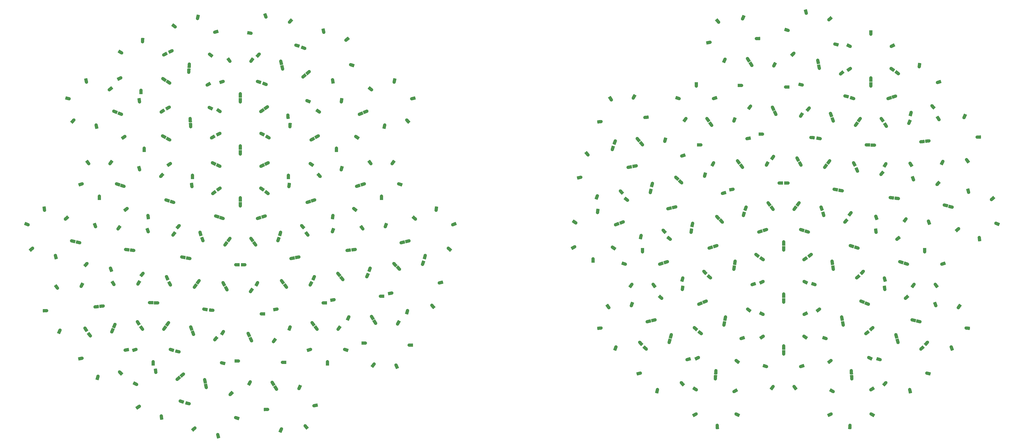
<source format=gbr>
%TF.GenerationSoftware,KiCad,Pcbnew,8.0.5*%
%TF.CreationDate,2024-10-26T12:13:46-04:00*%
%TF.ProjectId,orb_generated,6f72625f-6765-46e6-9572-617465642e6b,rev?*%
%TF.SameCoordinates,Original*%
%TF.FileFunction,Soldermask,Bot*%
%TF.FilePolarity,Negative*%
%FSLAX46Y46*%
G04 Gerber Fmt 4.6, Leading zero omitted, Abs format (unit mm)*
G04 Created by KiCad (PCBNEW 8.0.5) date 2024-10-26 12:13:46*
%MOMM*%
%LPD*%
G01*
G04 APERTURE LIST*
G04 Aperture macros list*
%AMFreePoly0*
4,1,18,-1.000000,0.540000,-0.940000,0.600000,0.400000,0.600000,0.555291,0.579555,0.700000,0.519615,0.824264,0.424264,0.919615,0.300000,0.979555,0.155291,1.000000,0.000001,0.979555,-0.155291,0.919615,-0.300000,0.824264,-0.424264,0.700000,-0.519615,0.555291,-0.579555,0.400000,-0.600000,-0.940000,-0.600000,-1.000000,-0.540000,-1.000000,0.540000,-1.000000,0.540000,$1*%
G04 Aperture macros list end*
%ADD10FreePoly0,358.000000*%
%ADD11FreePoly0,67.000000*%
%ADD12FreePoly0,55.000000*%
%ADD13FreePoly0,303.000000*%
%ADD14FreePoly0,234.000000*%
%ADD15FreePoly0,186.000000*%
%ADD16FreePoly0,226.000000*%
%ADD17FreePoly0,283.000000*%
%ADD18FreePoly0,326.000000*%
%ADD19FreePoly0,162.000000*%
%ADD20FreePoly0,142.000000*%
%ADD21FreePoly0,190.000000*%
%ADD22FreePoly0,214.000000*%
%ADD23FreePoly0,198.000000*%
%ADD24FreePoly0,194.000000*%
%ADD25FreePoly0,178.000000*%
%ADD26FreePoly0,54.000000*%
%ADD27FreePoly0,146.000000*%
%ADD28FreePoly0,263.000000*%
%ADD29FreePoly0,338.000000*%
%ADD30FreePoly0,350.000000*%
%ADD31FreePoly0,133.000000*%
%ADD32FreePoly0,254.000000*%
%ADD33FreePoly0,105.000000*%
%ADD34FreePoly0,209.000000*%
%ADD35FreePoly0,199.000000*%
%ADD36FreePoly0,241.000000*%
%ADD37FreePoly0,262.000000*%
%ADD38FreePoly0,342.000000*%
%ADD39FreePoly0,346.000000*%
%ADD40FreePoly0,30.000000*%
%ADD41FreePoly0,170.000000*%
%ADD42FreePoly0,154.000000*%
%ADD43FreePoly0,182.000000*%
%ADD44FreePoly0,75.000000*%
%ADD45FreePoly0,115.000000*%
%ADD46FreePoly0,173.000000*%
%ADD47FreePoly0,306.000000*%
%ADD48FreePoly0,62.000000*%
%ADD49FreePoly0,130.000000*%
%ADD50FreePoly0,18.000000*%
%ADD51FreePoly0,270.000000*%
%ADD52FreePoly0,314.000000*%
%ADD53FreePoly0,126.000000*%
%ADD54FreePoly0,38.000000*%
%ADD55FreePoly0,50.000000*%
%ADD56FreePoly0,90.000000*%
%ADD57FreePoly0,322.000000*%
%ADD58FreePoly0,82.000000*%
%ADD59FreePoly0,135.000000*%
%ADD60FreePoly0,222.000000*%
%ADD61FreePoly0,101.000000*%
%ADD62FreePoly0,53.000000*%
%ADD63FreePoly0,102.000000*%
%ADD64FreePoly0,3.000000*%
%ADD65FreePoly0,22.000000*%
%ADD66FreePoly0,26.000000*%
%ADD67FreePoly0,47.000000*%
%ADD68FreePoly0,343.000000*%
%ADD69FreePoly0,227.000000*%
%ADD70FreePoly0,113.000000*%
%ADD71FreePoly0,258.000000*%
%ADD72FreePoly0,99.000000*%
%ADD73FreePoly0,286.000000*%
%ADD74FreePoly0,158.000000*%
%ADD75FreePoly0,166.000000*%
%ADD76FreePoly0,123.000000*%
%ADD77FreePoly0,7.000000*%
%ADD78FreePoly0,110.000000*%
%ADD79FreePoly0,353.000000*%
%ADD80FreePoly0,6.000000*%
%ADD81FreePoly0,298.000000*%
%ADD82FreePoly0,250.000000*%
%ADD83FreePoly0,221.000000*%
%ADD84FreePoly0,183.000000*%
%ADD85FreePoly0,290.000000*%
%ADD86FreePoly0,103.000000*%
%ADD87FreePoly0,155.000000*%
%ADD88FreePoly0,95.000000*%
%ADD89FreePoly0,150.000000*%
%ADD90FreePoly0,14.000000*%
%ADD91FreePoly0,251.000000*%
%ADD92FreePoly0,63.000000*%
%ADD93FreePoly0,25.000000*%
%ADD94FreePoly0,333.000000*%
%ADD95FreePoly0,210.000000*%
%ADD96FreePoly0,29.000000*%
%ADD97FreePoly0,223.000000*%
%ADD98FreePoly0,242.000000*%
%ADD99FreePoly0,70.000000*%
%ADD100FreePoly0,163.000000*%
%ADD101FreePoly0,11.000000*%
%ADD102FreePoly0,58.000000*%
%ADD103FreePoly0,2.000000*%
%ADD104FreePoly0,246.000000*%
%ADD105FreePoly0,134.000000*%
%ADD106FreePoly0,302.000000*%
%ADD107FreePoly0,197.000000*%
%ADD108FreePoly0,106.000000*%
%ADD109FreePoly0,345.000000*%
%ADD110FreePoly0,253.000000*%
%ADD111FreePoly0,78.000000*%
%ADD112FreePoly0,49.000000*%
%ADD113FreePoly0,94.000000*%
%ADD114FreePoly0,305.000000*%
%ADD115FreePoly0,274.000000*%
%ADD116FreePoly0,295.000000*%
%ADD117FreePoly0,282.000000*%
%ADD118FreePoly0,137.000000*%
%ADD119FreePoly0,118.000000*%
%ADD120FreePoly0,247.000000*%
%ADD121FreePoly0,10.000000*%
%ADD122FreePoly0,34.000000*%
%ADD123FreePoly0,277.000000*%
%ADD124FreePoly0,319.000000*%
%ADD125FreePoly0,42.000000*%
%ADD126FreePoly0,259.000000*%
%ADD127FreePoly0,122.000000*%
%ADD128FreePoly0,175.000000*%
%ADD129FreePoly0,219.000000*%
%ADD130FreePoly0,187.000000*%
%ADD131FreePoly0,310.000000*%
%ADD132FreePoly0,239.000000*%
%ADD133FreePoly0,334.000000*%
%ADD134FreePoly0,213.000000*%
%ADD135FreePoly0,97.000000*%
%ADD136FreePoly0,191.000000*%
%ADD137FreePoly0,318.000000*%
%ADD138FreePoly0,218.000000*%
%ADD139FreePoly0,165.000000*%
%ADD140FreePoly0,307.000000*%
%ADD141FreePoly0,330.000000*%
%ADD142FreePoly0,285.000000*%
%ADD143FreePoly0,278.000000*%
%ADD144FreePoly0,293.000000*%
%ADD145FreePoly0,89.000000*%
%ADD146FreePoly0,161.000000*%
%ADD147FreePoly0,233.000000*%
%ADD148FreePoly0,174.000000*%
%ADD149FreePoly0,138.000000*%
%ADD150FreePoly0,238.000000*%
%ADD151FreePoly0,74.000000*%
%ADD152FreePoly0,114.000000*%
%ADD153FreePoly0,59.000000*%
%ADD154FreePoly0,79.000000*%
%ADD155FreePoly0,230.000000*%
%ADD156FreePoly0,86.000000*%
%ADD157FreePoly0,206.000000*%
%ADD158FreePoly0,202.000000*%
%ADD159FreePoly0,41.000000*%
%ADD160FreePoly0,66.000000*%
%ADD161FreePoly0,46.000000*%
%ADD162FreePoly0,225.000000*%
%ADD163FreePoly0,327.000000*%
%ADD164FreePoly0,91.000000*%
%ADD165FreePoly0,341.000000*%
%ADD166FreePoly0,98.000000*%
%ADD167FreePoly0,229.000000*%
%ADD168FreePoly0,339.000000*%
%ADD169FreePoly0,235.000000*%
%ADD170FreePoly0,13.000000*%
%ADD171FreePoly0,351.000000*%
%ADD172FreePoly0,321.000000*%
%ADD173FreePoly0,131.000000*%
%ADD174FreePoly0,266.000000*%
%ADD175FreePoly0,281.000000*%
%ADD176FreePoly0,329.000000*%
%ADD177FreePoly0,331.000000*%
%ADD178FreePoly0,77.000000*%
%ADD179FreePoly0,211.000000*%
%ADD180FreePoly0,243.000000*%
%ADD181FreePoly0,317.000000*%
%ADD182FreePoly0,45.000000*%
%ADD183FreePoly0,69.000000*%
%ADD184FreePoly0,355.000000*%
%ADD185FreePoly0,151.000000*%
G04 APERTURE END LIST*
D10*
%TO.C,PAD233-90*%
X184129330Y51064610D03*
%TD*%
D11*
%TO.C,PAD81-68*%
X27049805Y-19815444D03*
%TD*%
D12*
%TO.C,PAD172-91*%
X196042934Y24583067D03*
%TD*%
D13*
%TO.C,PAD58-47*%
X257039103Y38782462D03*
%TD*%
D14*
%TO.C,PAD153-57*%
X215403436Y21201081D03*
%TD*%
D15*
%TO.C,PAD230-50*%
X250908026Y30321018D03*
%TD*%
D16*
%TO.C,PAD76-4*%
X-29108124Y17796726D03*
%TD*%
D17*
%TO.C,PAD50-10*%
X15451446Y57497193D03*
%TD*%
D18*
%TO.C,PAD15-59*%
X123137941Y622887D03*
%TD*%
D19*
%TO.C,PAD79-7*%
X-8774162Y2850919D03*
%TD*%
D20*
%TO.C,PAD1-28*%
X190119188Y-11456772D03*
%TD*%
D21*
%TO.C,PAD121-83*%
X143174711Y20957987D03*
%TD*%
D22*
%TO.C,PAD136-6*%
X7843059Y41675887D03*
%TD*%
D23*
%TO.C,PAD253-14*%
X43165838Y14025081D03*
%TD*%
D24*
%TO.C,PAD34-61*%
X73607674Y-21628114D03*
%TD*%
D25*
%TO.C,PAD78-74*%
X8136670Y-33160610D03*
%TD*%
D26*
%TO.C,PAD119-36*%
X-26678436Y-36719081D03*
%TD*%
D27*
%TO.C,PAD98-59*%
X137287059Y-8764887D03*
%TD*%
D28*
%TO.C,PAD256-59*%
X131521943Y4588199D03*
%TD*%
D29*
%TO.C,PAD249-1*%
X-44173096Y40558933D03*
%TD*%
D30*
%TO.C,PAD247-34*%
X-19012711Y-12676013D03*
%TD*%
D31*
%TO.C,PAD77-83*%
X140219802Y11885489D03*
%TD*%
D32*
%TO.C,PAD150-28*%
X185272799Y3460612D03*
%TD*%
D33*
%TO.C,PAD8-75*%
X-8259701Y-78083481D03*
%TD*%
D34*
%TO.C,PAD232-13*%
X26386918Y31166710D03*
%TD*%
D35*
%TO.C,PAD269-30*%
X188751929Y-22214125D03*
%TD*%
D36*
%TO.C,PAD266-64*%
X58096710Y-36539082D03*
%TD*%
D37*
%TO.C,PAD147-27*%
X165990909Y-2711295D03*
%TD*%
D38*
%TO.C,PAD12-81*%
X161217162Y46354081D03*
%TD*%
D39*
%TO.C,PAD187-44*%
X261711325Y6316886D03*
%TD*%
D40*
%TO.C,PAD200-2*%
X-26548372Y42894000D03*
%TD*%
D26*
%TO.C,PAD189-51*%
X227971564Y38498919D03*
%TD*%
D41*
%TO.C,PAD238-57*%
X219012711Y12676013D03*
%TD*%
D42*
%TO.C,PAD105-5*%
X-9907673Y22394208D03*
%TD*%
D43*
%TO.C,PAD251-66*%
X30841670Y-29106389D03*
%TD*%
D44*
%TO.C,PAD27-58*%
X67995701Y-12005481D03*
%TD*%
D14*
%TO.C,PAD160-19*%
X204129436Y5684081D03*
%TD*%
D45*
%TO.C,PAD245-90*%
X196042120Y42717939D03*
%TD*%
D46*
%TO.C,PAD223-56*%
X239667199Y9704056D03*
%TD*%
D23*
%TO.C,PAD165-31*%
X184718838Y-42172919D03*
%TD*%
D47*
%TO.C,PAD67-43*%
X-67587435Y-23378918D03*
%TD*%
D48*
%TO.C,PAD196-79*%
X174079419Y22184242D03*
%TD*%
D49*
%TO.C,PAD3-68*%
X36088934Y-18549351D03*
%TD*%
D50*
%TO.C,PAD253-12*%
X45258162Y14704919D03*
%TD*%
D47*
%TO.C,PAD95-19*%
X195870564Y5684081D03*
%TD*%
D51*
%TO.C,PAD45-17*%
X200000000Y-28407000D03*
%TD*%
D52*
%TO.C,PAD23-28*%
X177168124Y919726D03*
%TD*%
D53*
%TO.C,PAD123-66*%
X26678436Y-36719081D03*
%TD*%
%TO.C,PAD199-51*%
X236230436Y38498919D03*
%TD*%
D54*
%TO.C,PAD174-22*%
X209880812Y-11456772D03*
%TD*%
D55*
%TO.C,PAD177-33*%
X-36088934Y-18549351D03*
%TD*%
D56*
%TO.C,PAD202-8*%
X0Y9226000D03*
%TD*%
D57*
%TO.C,PAD226-49*%
X241980812Y55639772D03*
%TD*%
D58*
%TO.C,PAD161-28*%
X182069091Y-14164705D03*
%TD*%
D59*
%TO.C,PAD82-42*%
X-44232817Y-54869182D03*
%TD*%
D60*
%TO.C,PAD163-23*%
X245209541Y-27142044D03*
%TD*%
D61*
%TO.C,PAD192-21*%
X221487110Y-34727210D03*
%TD*%
D62*
%TO.C,PAD91-56*%
X224601996Y3833500D03*
%TD*%
D52*
%TO.C,PAD265-61*%
X58292124Y-16445274D03*
%TD*%
D63*
%TO.C,PAD75-46*%
X-53066703Y36062962D03*
%TD*%
D39*
%TO.C,PAD92-32*%
X-59576675Y-6849114D03*
%TD*%
D56*
%TO.C,PAD52-12*%
X51940000Y9851000D03*
%TD*%
D23*
%TO.C,PAD56-49*%
X257024838Y52281081D03*
%TD*%
D19*
%TO.C,PAD103-24*%
X243165838Y-14025081D03*
%TD*%
D64*
%TO.C,PAD109-69*%
X9594493Y-68377431D03*
%TD*%
D53*
%TO.C,PAD152-47*%
X267587435Y23378918D03*
%TD*%
D65*
%TO.C,PAD158-30*%
X171205902Y-28590933D03*
%TD*%
D58*
%TO.C,PAD64-14*%
X34009091Y2711295D03*
%TD*%
D19*
%TO.C,PAD29-12*%
X58621838Y14704919D03*
%TD*%
D66*
%TO.C,PAD32-31*%
X168323673Y-49392792D03*
%TD*%
D24*
%TO.C,PAD141-78*%
X157765675Y5673886D03*
%TD*%
D38*
%TO.C,PAD40-7*%
X-24923838Y8098081D03*
%TD*%
D67*
%TO.C,PAD49-40*%
X252703199Y-43962512D03*
%TD*%
%TO.C,PAD229-46*%
X-61540802Y38002489D03*
%TD*%
D68*
%TO.C,PAD83-39*%
X235186935Y-49941609D03*
%TD*%
D66*
%TO.C,PAD224-6*%
X-7930327Y33183208D03*
%TD*%
D69*
%TO.C,PAD166-86*%
X18338801Y74678512D03*
%TD*%
D70*
%TO.C,PAD194-33*%
X-27049805Y-19815444D03*
%TD*%
D53*
%TO.C,PAD87-9*%
X4129436Y-5684081D03*
%TD*%
D50*
%TO.C,PAD168-28*%
X175076162Y-8098081D03*
%TD*%
D71*
%TO.C,PAD243-78*%
X151001297Y11994038D03*
%TD*%
D72*
%TO.C,PAD124-85*%
X33987922Y52725457D03*
%TD*%
D50*
%TO.C,PAD201-65*%
X25419162Y-46354081D03*
%TD*%
D73*
%TO.C,PAD140-39*%
X242053201Y-43316388D03*
%TD*%
D51*
%TO.C,PAD135-81*%
X167899000Y51209000D03*
%TD*%
D74*
%TO.C,PAD249-46*%
X-46212904Y41383067D03*
%TD*%
D75*
%TO.C,PAD214-89*%
X222947675Y47064114D03*
%TD*%
D76*
%TO.C,PAD154-43*%
X-57039103Y-38782462D03*
%TD*%
D56*
%TO.C,PAD211-1*%
X-35387000Y27565000D03*
%TD*%
D50*
%TO.C,PAD0-3*%
X-6681838Y52441919D03*
%TD*%
D77*
%TO.C,PAD2-60*%
X41850801Y-9435944D03*
%TD*%
D78*
%TO.C,PAD93-40*%
X261816778Y-45682338D03*
%TD*%
D79*
%TO.C,PAD88-33*%
X-39667199Y-9704056D03*
%TD*%
D40*
%TO.C,PAD34-59*%
X122732628Y-8626000D03*
%TD*%
D80*
%TO.C,PAD22-62*%
X132418974Y-38438018D03*
%TD*%
D81*
%TO.C,PAD167-74*%
X-5147581Y-23941242D03*
%TD*%
D82*
%TO.C,PAD106-67*%
X13948778Y-5856662D03*
%TD*%
D83*
%TO.C,PAD71-21*%
X227203819Y-19602665D03*
%TD*%
D32*
%TO.C,PAD37-14*%
X37212799Y20337612D03*
%TD*%
D84*
%TO.C,PAD133-47*%
X271709507Y31984431D03*
%TD*%
D19*
%TO.C,PAD221-0*%
X-45258162Y14704919D03*
%TD*%
D85*
%TO.C,PAD94-73*%
X-17398778Y-40393662D03*
%TD*%
D10*
%TO.C,PAD237-91*%
X191863330Y33160610D03*
%TD*%
D86*
%TO.C,PAD178-39*%
X246561554Y-61433193D03*
%TD*%
D87*
%TO.C,PAD18-71*%
X182874062Y-70272120D03*
%TD*%
D23*
%TO.C,PAD122-25*%
X258621838Y-14704919D03*
%TD*%
D88*
%TO.C,PAD16-10*%
X17514129Y39700814D03*
%TD*%
D89*
%TO.C,PAD146-38*%
X232530372Y-70232000D03*
%TD*%
D20*
%TO.C,PAD260-53*%
X-11042812Y62352228D03*
%TD*%
D90*
%TO.C,PAD39-29*%
X152300326Y-35453886D03*
%TD*%
D91*
%TO.C,PAD27-61*%
X67217875Y-14542071D03*
%TD*%
D27*
%TO.C,PAD110-8*%
X7843059Y12937113D03*
%TD*%
D38*
%TO.C,PAD79-9*%
X-6681838Y2171081D03*
%TD*%
%TO.C,PAD186-16*%
X193318162Y-52441919D03*
%TD*%
D20*
%TO.C,PAD54-14*%
X42060188Y5419228D03*
%TD*%
D47*
%TO.C,PAD250-37*%
X-36230436Y-38498919D03*
%TD*%
D92*
%TO.C,PAD63-47*%
X258487390Y22678107D03*
%TD*%
D67*
%TO.C,PAD264-86*%
X6702199Y62312488D03*
%TD*%
D93*
%TO.C,PAD198-53*%
X-25524061Y63708880D03*
%TD*%
D94*
%TO.C,PAD82-41*%
X-38515893Y-59023390D03*
%TD*%
D95*
%TO.C,PAD0-2*%
X-11842628Y51385000D03*
%TD*%
D96*
%TO.C,PAD232-11*%
X28311082Y32233290D03*
%TD*%
D27*
%TO.C,PAD184-13*%
X26074059Y22045112D03*
%TD*%
D42*
%TO.C,PAD148-6*%
X7930327Y33183208D03*
%TD*%
D71*
%TO.C,PAD261-53*%
X-15673702Y76151038D03*
%TD*%
D56*
%TO.C,PAD246-0*%
X-51940000Y9851000D03*
%TD*%
D20*
%TO.C,PAD267-30*%
X187091188Y-31609773D03*
%TD*%
D97*
%TO.C,PAD49-39*%
X250825511Y-45837198D03*
%TD*%
D26*
%TO.C,PAD99-9*%
X-4129436Y-5684081D03*
%TD*%
D98*
%TO.C,PAD81-66*%
X25920581Y-22184242D03*
%TD*%
D99*
%TO.C,PAD102-60*%
X47679223Y-16649338D03*
%TD*%
D90*
%TO.C,PAD17-58*%
X61711325Y-6316886D03*
%TD*%
D100*
%TO.C,PAD86-86*%
X20841065Y65765609D03*
%TD*%
D50*
%TO.C,PAD38-15*%
X8774162Y2850919D03*
%TD*%
D101*
%TO.C,PAD204-87*%
X172549790Y66917890D03*
%TD*%
D102*
%TO.C,PAD36-74*%
X-6489089Y-40055147D03*
%TD*%
D47*
%TO.C,PAD239-79*%
X173321564Y36719081D03*
%TD*%
D83*
%TO.C,PAD236-89*%
X221294819Y55598335D03*
%TD*%
D103*
%TO.C,PAD263-67*%
X1259330Y-15076611D03*
%TD*%
D104*
%TO.C,PAD195-69*%
X21734590Y-60366900D03*
%TD*%
D105*
%TO.C,PAD23-77*%
X175639876Y2502274D03*
%TD*%
D106*
%TO.C,PAD10-69*%
X13061911Y-60642853D03*
%TD*%
D74*
%TO.C,PAD90-10*%
X24890098Y45322068D03*
%TD*%
D78*
%TO.C,PAD209-57*%
X213948778Y5856662D03*
%TD*%
D107*
%TO.C,PAD32-70*%
X164813065Y-49941609D03*
%TD*%
D108*
%TO.C,PAD61-7*%
X-14727201Y-3460612D03*
%TD*%
D39*
%TO.C,PAD53-89*%
X206503325Y51296886D03*
%TD*%
D41*
%TO.C,PAD247-33*%
X-21179289Y-12293987D03*
%TD*%
D38*
%TO.C,PAD44-88*%
X201349162Y71504081D03*
%TD*%
D109*
%TO.C,PAD107-75*%
X-19257481Y-66232701D03*
%TD*%
D110*
%TO.C,PAD114-83*%
X137071391Y27745065D03*
%TD*%
D111*
%TO.C,PAD207-84*%
X53066703Y36062962D03*
%TD*%
D18*
%TO.C,PAD89-2*%
X-26378059Y52149888D03*
%TD*%
D50*
%TO.C,PAD255-0*%
X-58621838Y14704919D03*
%TD*%
D28*
%TO.C,PAD217-58*%
X72124943Y5427199D03*
%TD*%
D37*
%TO.C,PAD212-29*%
X162795910Y-23797294D03*
%TD*%
%TO.C,PAD124-11*%
X37186908Y45388705D03*
%TD*%
D112*
%TO.C,PAD41-89*%
X209166665Y42413181D03*
%TD*%
D63*
%TO.C,PAD228-73*%
X-13105703Y-57786037D03*
%TD*%
D85*
%TO.C,PAD234-40*%
X255888222Y-29770662D03*
%TD*%
D113*
%TO.C,PAD60-2*%
X-18446732Y38414321D03*
%TD*%
D114*
%TO.C,PAD6-62*%
X135450935Y-30522067D03*
%TD*%
D60*
%TO.C,PAD131-44*%
X276846540Y9235957D03*
%TD*%
D115*
%TO.C,PAD51-38*%
X225077732Y-56739320D03*
%TD*%
%TO.C,PAD60-5*%
X-18293268Y36219679D03*
%TD*%
D51*
%TO.C,PAD24-16*%
X200000000Y-47587000D03*
%TD*%
D74*
%TO.C,PAD213-44*%
X278525098Y131067D03*
%TD*%
D116*
%TO.C,PAD245-91*%
X196971880Y40724061D03*
%TD*%
D117*
%TO.C,PAD56-46*%
X-56742297Y52641038D03*
%TD*%
D42*
%TO.C,PAD57-18*%
X207930327Y-21429792D03*
%TD*%
D118*
%TO.C,PAD68-80*%
X160595511Y16965198D03*
%TD*%
D63*
%TO.C,PAD100-88*%
X212648297Y59937963D03*
%TD*%
D119*
%TO.C,PAD115-55*%
X225920581Y22184242D03*
%TD*%
D120*
%TO.C,PAD108-42*%
X-47156804Y-39458555D03*
%TD*%
D105*
%TO.C,PAD265-60*%
X56763876Y-14862726D03*
%TD*%
D121*
%TO.C,PAD251-63*%
X34129289Y-28028987D03*
%TD*%
D49*
%TO.C,PAD142-69*%
X24140934Y-74722351D03*
%TD*%
D64*
%TO.C,PAD213-43*%
X-71709507Y-31984431D03*
%TD*%
D53*
%TO.C,PAD5-16*%
X204129436Y-60297081D03*
%TD*%
D122*
%TO.C,PAD136-10*%
X9666941Y42906113D03*
%TD*%
D62*
%TO.C,PAD208-64*%
X48974997Y-51957501D03*
%TD*%
D38*
%TO.C,PAD205-20*%
X215281162Y-42172919D03*
%TD*%
D56*
%TO.C,PAD19-52*%
X232101000Y53409000D03*
%TD*%
D27*
%TO.C,PAD143-11*%
X42854059Y31983112D03*
%TD*%
D123*
%TO.C,PAD229-45*%
X-72124943Y5427199D03*
%TD*%
D124*
%TO.C,PAD4-30*%
X172796181Y-19602665D03*
%TD*%
D125*
%TO.C,PAD206-75*%
X-17014541Y-75505956D03*
%TD*%
D126*
%TO.C,PAD66-31*%
X178093110Y-36886790D03*
%TD*%
D14*
%TO.C,PAD132-36*%
X-16696564Y-22980919D03*
%TD*%
D127*
%TO.C,PAD101-63*%
X48458087Y-34409147D03*
%TD*%
D51*
%TO.C,PAD202-9*%
X0Y7026000D03*
%TD*%
D78*
%TO.C,PAD203-48*%
X253468777Y685662D03*
%TD*%
D23*
%TO.C,PAD258-51*%
X238782838Y46354081D03*
%TD*%
D122*
%TO.C,PAD165-17*%
X192156941Y-41675887D03*
%TD*%
D128*
%TO.C,PAD171-91*%
X210486186Y31849872D03*
%TD*%
D129*
%TO.C,PAD7-85*%
X39214140Y68025748D03*
%TD*%
D53*
%TO.C,PAD176-26*%
X152189436Y-22560081D03*
%TD*%
D105*
%TO.C,PAD175-15*%
X22831876Y-919726D03*
%TD*%
D130*
%TO.C,PAD2-68*%
X39667199Y-9704056D03*
%TD*%
D81*
%TO.C,PAD25-57*%
X206180419Y21998758D03*
%TD*%
D29*
%TO.C,PAD257-10*%
X9097902Y51563932D03*
%TD*%
D50*
%TO.C,PAD48-27*%
X156834162Y-14025081D03*
%TD*%
D53*
%TO.C,PAD42-79*%
X183303436Y22980919D03*
%TD*%
D131*
%TO.C,PAD55-83*%
X127737066Y25768351D03*
%TD*%
D11*
%TO.C,PAD108-35*%
X-46297196Y-37433445D03*
%TD*%
D86*
%TO.C,PAD50-86*%
X14956554Y59640807D03*
%TD*%
D82*
%TO.C,PAD222-62*%
X144111778Y-29770662D03*
%TD*%
D132*
%TO.C,PAD177-35*%
X-37504542Y-21823884D03*
%TD*%
D108*
%TO.C,PAD111-24*%
X237212799Y-20337612D03*
%TD*%
D133*
%TO.C,PAD267-17*%
X192069673Y-33183208D03*
%TD*%
D105*
%TO.C,PAD197-70*%
X162609876Y-58799726D03*
%TD*%
D134*
%TO.C,PAD191-38*%
X232429462Y-60958103D03*
%TD*%
D135*
%TO.C,PAD146-41*%
X-29059056Y-71196199D03*
%TD*%
D23*
%TO.C,PAD233-81*%
X174580838Y46354081D03*
%TD*%
D136*
%TO.C,PAD96-42*%
X-42047790Y-46472890D03*
%TD*%
D137*
%TO.C,PAD176-29*%
X154790459Y-27142044D03*
%TD*%
D138*
%TO.C,PAD144-24*%
X242060188Y-5419228D03*
%TD*%
D139*
%TO.C,PAD28-88*%
X219257481Y66232701D03*
%TD*%
D119*
%TO.C,PAD25-91*%
X205147581Y23941242D03*
%TD*%
D14*
%TO.C,PAD207-12*%
X56069436Y22560081D03*
%TD*%
D125*
%TO.C,PAD122-44*%
X264128460Y-2015957D03*
%TD*%
D131*
%TO.C,PAD127-80*%
X147776066Y29477351D03*
%TD*%
D53*
%TO.C,PAD239-81*%
X172028436Y38498919D03*
%TD*%
D140*
%TO.C,PAD175-68*%
X24601996Y-3833500D03*
%TD*%
D141*
%TO.C,PAD5-38*%
X217899628Y-61613000D03*
%TD*%
D142*
%TO.C,PAD118-88*%
X208259701Y78083481D03*
%TD*%
D26*
%TO.C,PAD144-48*%
X244831565Y1500918D03*
%TD*%
D104*
%TO.C,PAD164-47*%
X266552590Y39515100D03*
%TD*%
D136*
%TO.C,PAD208-69*%
X27450210Y-66917890D03*
%TD*%
D54*
%TO.C,PAD139-4*%
X-42060188Y5419228D03*
%TD*%
D57*
%TO.C,PAD219-27*%
X157939812Y-5419228D03*
%TD*%
D143*
%TO.C,PAD156-1*%
X-37186908Y45388705D03*
%TD*%
D116*
%TO.C,PAD262-72*%
X3957880Y-42717939D03*
%TD*%
D80*
%TO.C,PAD46-82*%
X132400974Y37697982D03*
%TD*%
D18*
%TO.C,PAD1-18*%
X192156941Y-12937113D03*
%TD*%
D144*
%TO.C,PAD115-56*%
X227049805Y19815444D03*
%TD*%
D122*
%TO.C,PAD9-8*%
X-7843059Y12937113D03*
%TD*%
D54*
%TO.C,PAD268-20*%
X217174812Y-50640772D03*
%TD*%
D143*
%TO.C,PAD193-24*%
X234009091Y-2711295D03*
%TD*%
D10*
%TO.C,PAD218-50*%
X233040330Y29029611D03*
%TD*%
D85*
%TO.C,PAD118-86*%
X9272222Y76628339D03*
%TD*%
D131*
%TO.C,PAD3-63*%
X37503066Y-20234649D03*
%TD*%
D27*
%TO.C,PAD89-54*%
X-28201941Y53380112D03*
%TD*%
D137*
%TO.C,PAD29-58*%
X64128460Y2015957D03*
%TD*%
D10*
%TO.C,PAD151-72*%
X-1100670Y-50491390D03*
%TD*%
D145*
%TO.C,PAD156-54*%
X-36624802Y48897832D03*
%TD*%
D146*
%TO.C,PAD107-41*%
X-21795071Y-65455875D03*
%TD*%
D48*
%TO.C,PAD13-67*%
X6180419Y-21998758D03*
%TD*%
D39*
%TO.C,PAD137-40*%
X249834326Y-35986114D03*
%TD*%
D147*
%TO.C,PAD227-33*%
X-24601996Y-3833500D03*
%TD*%
D148*
%TO.C,PAD43-40*%
X267581026Y-38438018D03*
%TD*%
D149*
%TO.C,PAD11-29*%
X167409541Y-38503956D03*
%TD*%
D105*
%TO.C,PAD219-78*%
X155913876Y-2615726D03*
%TD*%
D106*
%TO.C,PAD7-82*%
X136394911Y46049147D03*
%TD*%
D14*
%TO.C,PAD139-32*%
X-44831565Y-1500918D03*
%TD*%
D56*
%TO.C,PAD190-6*%
X0Y28407000D03*
%TD*%
D150*
%TO.C,PAD41-91*%
X206489089Y40055147D03*
%TD*%
D101*
%TO.C,PAD215-61*%
X55349790Y-25522110D03*
%TD*%
D151*
%TO.C,PAD242-49*%
X246828201Y40721388D03*
%TD*%
D66*
%TO.C,PAD125-13*%
X9907673Y22394208D03*
%TD*%
D78*
%TO.C,PAD84-89*%
X217398778Y40393662D03*
%TD*%
D99*
%TO.C,PAD73-62*%
X138183222Y-45682338D03*
%TD*%
D152*
%TO.C,PAD31-64*%
X57440590Y-52395100D03*
%TD*%
D47*
%TO.C,PAD143-12*%
X47810564Y22560081D03*
%TD*%
D131*
%TO.C,PAD134-87*%
X175859066Y74722351D03*
%TD*%
D82*
%TO.C,PAD64-68*%
X34051777Y-2508661D03*
%TD*%
D117*
%TO.C,PAD134-85*%
X30615702Y71087038D03*
%TD*%
D19*
%TO.C,PAD30-65*%
X38782838Y-46354081D03*
%TD*%
D123*
%TO.C,PAD170-41*%
X-31204944Y-54350801D03*
%TD*%
D104*
%TO.C,PAD102-63*%
X46690590Y-19096900D03*
%TD*%
D153*
%TO.C,PAD65-50*%
X237504542Y21823884D03*
%TD*%
D106*
%TO.C,PAD101-64*%
X49623913Y-36274853D03*
%TD*%
D38*
%TO.C,PAD103-25*%
X245258162Y-14704919D03*
%TD*%
D82*
%TO.C,PAD52-60*%
X53468777Y-685662D03*
%TD*%
D50*
%TO.C,PAD258-49*%
X240875162Y47033919D03*
%TD*%
D14*
%TO.C,PAD181-0*%
X-47810564Y22560081D03*
%TD*%
D75*
%TO.C,PAD137-23*%
X247699674Y-35453886D03*
%TD*%
D56*
%TO.C,PAD37-11*%
X35387000Y27565000D03*
%TD*%
D26*
%TO.C,PAD104-81*%
X163769564Y38498919D03*
%TD*%
D104*
%TO.C,PAD166-87*%
X185036590Y75940100D03*
%TD*%
D154*
%TO.C,PAD66-30*%
X178512890Y-34727210D03*
%TD*%
D16*
%TO.C,PAD63-48*%
X256763876Y14862726D03*
%TD*%
D34*
%TO.C,PAD198-54*%
X-27888082Y62502710D03*
%TD*%
D51*
%TO.C,PAD130-26*%
X148060000Y-9851000D03*
%TD*%
D56*
%TO.C,PAD24-17*%
X200000000Y-45387000D03*
%TD*%
D23*
%TO.C,PAD168-27*%
X172983838Y-8777919D03*
%TD*%
D90*
%TO.C,PAD141-77*%
X159900325Y6206114D03*
%TD*%
D151*
%TO.C,PAD106-15*%
X14727201Y-3460612D03*
%TD*%
D107*
%TO.C,PAD159-53*%
X-9080935Y70821391D03*
%TD*%
D98*
%TO.C,PAD117-90*%
X196594581Y58577758D03*
%TD*%
D29*
%TO.C,PAD133-45*%
X-78525098Y-131067D03*
%TD*%
D111*
%TO.C,PAD130-78*%
X147470703Y-4615038D03*
%TD*%
D155*
%TO.C,PAD65-56*%
X236088934Y18549351D03*
%TD*%
D125*
%TO.C,PAD74-85*%
X24998459Y55925044D03*
%TD*%
D75*
%TO.C,PAD151-73*%
X-6503325Y-51296886D03*
%TD*%
D45*
%TO.C,PAD262-74*%
X3028120Y-40724061D03*
%TD*%
D49*
%TO.C,PAD127-82*%
X146361934Y31162649D03*
%TD*%
D99*
%TO.C,PAD225-66*%
X18151222Y-38326338D03*
%TD*%
D39*
%TO.C,PAD35-73*%
X-22947675Y-47064114D03*
%TD*%
D14*
%TO.C,PAD119-37*%
X-27971564Y-38498919D03*
%TD*%
D20*
%TO.C,PAD186-31*%
X182825188Y-50640772D03*
%TD*%
D122*
%TO.C,PAD76-5*%
X-26074059Y22045112D03*
%TD*%
D25*
%TO.C,PAD263-34*%
X-1259330Y-15076611D03*
%TD*%
D127*
%TO.C,PAD10-72*%
X11896089Y-58777147D03*
%TD*%
D156*
%TO.C,PAD69-31*%
X175075732Y-54544680D03*
%TD*%
D157*
%TO.C,PAD112-52*%
X240031327Y65612792D03*
%TD*%
D145*
%TO.C,PAD179-13*%
X17650198Y17561832D03*
%TD*%
D158*
%TO.C,PAD162-11*%
X44173096Y40558933D03*
%TD*%
D159*
%TO.C,PAD183-73*%
X-21294819Y-55598335D03*
%TD*%
D16*
%TO.C,PAD91-22*%
X222831876Y919726D03*
%TD*%
D101*
%TO.C,PAD93-42*%
X-58731210Y-49637110D03*
%TD*%
D21*
%TO.C,PAD237-79*%
X186911711Y31506987D03*
%TD*%
D53*
%TO.C,PAD244-67*%
X15403436Y-21201081D03*
%TD*%
D47*
%TO.C,PAD54-60*%
X44831565Y-1500918D03*
%TD*%
D106*
%TO.C,PAD21-35*%
X-46777089Y-22035853D03*
%TD*%
D108*
%TO.C,PAD140-23*%
X241446799Y-41201612D03*
%TD*%
D26*
%TO.C,PAD153-55*%
X216696564Y22980919D03*
%TD*%
D39*
%TO.C,PAD164-46*%
X-63450675Y46261885D03*
%TD*%
D23*
%TO.C,PAD157-28*%
X191225838Y-2850919D03*
%TD*%
D107*
%TO.C,PAD59-77*%
X177843065Y11359391D03*
%TD*%
D47*
%TO.C,PAD75-0*%
X-56069436Y22560081D03*
%TD*%
D66*
%TO.C,PAD97-54*%
X-44367327Y53730208D03*
%TD*%
D18*
%TO.C,PAD145-6*%
X-7843059Y41675887D03*
%TD*%
D158*
%TO.C,PAD185-58*%
X78525098Y-131067D03*
%TD*%
D125*
%TO.C,PAD210-23*%
X232590459Y-38503956D03*
%TD*%
D90*
%TO.C,PAD31-70*%
X146870325Y-55095886D03*
%TD*%
D160*
%TO.C,PAD135-87*%
X178265410Y60366900D03*
%TD*%
D161*
%TO.C,PAD191-39*%
X237390124Y-58799726D03*
%TD*%
D162*
%TO.C,PAD126-75*%
X-3494817Y-62632818D03*
%TD*%
D149*
%TO.C,PAD15-58*%
X76846540Y-9235957D03*
%TD*%
D46*
%TO.C,PAD88-32*%
X-41850801Y-9435944D03*
%TD*%
D15*
%TO.C,PAD12-82*%
X149304026Y39325018D03*
%TD*%
D22*
%TO.C,PAD174-18*%
X207843059Y-12937113D03*
%TD*%
D163*
%TO.C,PAD197-71*%
X167570538Y-60958103D03*
%TD*%
D51*
%TO.C,PAD19-51*%
X232101000Y51209000D03*
%TD*%
D156*
%TO.C,PAD128-53*%
X-18825268Y58515321D03*
%TD*%
%TO.C,PAD206-38*%
X224390732Y-74640679D03*
%TD*%
D19*
%TO.C,PAD257-3*%
X6681838Y52441919D03*
%TD*%
D10*
%TO.C,PAD33-36*%
X-30841670Y-29106389D03*
%TD*%
D43*
%TO.C,PAD254-76*%
X198740670Y15076611D03*
%TD*%
D164*
%TO.C,PAD6-59*%
X129838802Y-13248168D03*
%TD*%
D38*
%TO.C,PAD221-4*%
X-43165838Y14025081D03*
%TD*%
D14*
%TO.C,PAD189-55*%
X226678436Y36719081D03*
%TD*%
D133*
%TO.C,PAD105-8*%
X-7930327Y21429792D03*
%TD*%
D27*
%TO.C,PAD226-52*%
X239943059Y57120113D03*
%TD*%
D60*
%TO.C,PAD255-45*%
X-64128460Y2015957D03*
%TD*%
D85*
%TO.C,PAD248-48*%
X247679223Y16649338D03*
%TD*%
D75*
%TO.C,PAD92-45*%
X-61711325Y-6316886D03*
%TD*%
D165*
%TO.C,PAD57-21*%
X211248071Y-22214125D03*
%TD*%
D43*
%TO.C,PAD215-63*%
X51992670Y-26686390D03*
%TD*%
D121*
%TO.C,PAD78-66*%
X13088289Y-31506987D03*
%TD*%
D166*
%TO.C,PAD47-22*%
X217930909Y-14164705D03*
%TD*%
D33*
%TO.C,PAD67-45*%
X-67995701Y-12005481D03*
%TD*%
D106*
%TO.C,PAD199-50*%
X237668911Y36368147D03*
%TD*%
D157*
%TO.C,PAD216-17*%
X207930327Y-33183208D03*
%TD*%
D167*
%TO.C,PAD36-73*%
X-9166665Y-42413181D03*
%TD*%
D85*
%TO.C,PAD62-33*%
X-34051777Y-2508661D03*
%TD*%
D32*
%TO.C,PAD196-77*%
X170976799Y17985612D03*
%TD*%
D29*
%TO.C,PAD80-23*%
X230833902Y-29415067D03*
%TD*%
D103*
%TO.C,PAD241-79*%
X169158330Y29106389D03*
%TD*%
D51*
%TO.C,PAD169-18*%
X200000000Y-9226000D03*
%TD*%
D168*
%TO.C,PAD86-85*%
X23349938Y64902795D03*
%TD*%
D42*
%TO.C,PAD145-2*%
X-11135673Y42737208D03*
%TD*%
D30*
%TO.C,PAD238-56*%
X221179289Y12293987D03*
%TD*%
D10*
%TO.C,PAD30-64*%
X45583330Y-43953389D03*
%TD*%
D169*
%TO.C,PAD149-40*%
X264549065Y-30522067D03*
%TD*%
D31*
%TO.C,PAD173-62*%
X147296801Y-43962512D03*
%TD*%
D21*
%TO.C,PAD14-67*%
X19012711Y-12676013D03*
%TD*%
D48*
%TO.C,PAD126-72*%
X3405419Y-58577758D03*
%TD*%
D98*
%TO.C,PAD172-76*%
X193819581Y21998758D03*
%TD*%
D42*
%TO.C,PAD83-20*%
X231676327Y-49392792D03*
%TD*%
D127*
%TO.C,PAD248-50*%
X246777089Y22035853D03*
%TD*%
D122*
%TO.C,PAD181-1*%
X-42854059Y31983112D03*
%TD*%
D127*
%TO.C,PAD120-87*%
X186938089Y60642853D03*
%TD*%
D65*
%TO.C,PAD231-78*%
X140570901Y645067D03*
%TD*%
D170*
%TO.C,PAD185-83*%
X124910807Y17089446D03*
%TD*%
D26*
%TO.C,PAD252-16*%
X195870564Y-60297081D03*
%TD*%
D47*
%TO.C,PAD260-3*%
X-4129436Y60297081D03*
%TD*%
D105*
%TO.C,PAD58-49*%
X254932876Y43263274D03*
%TD*%
D171*
%TO.C,PAD159-86*%
X3533457Y70389924D03*
%TD*%
D120*
%TO.C,PAD242-50*%
X246297196Y37433445D03*
%TD*%
D56*
%TO.C,PAD170-37*%
X-32101000Y-51209000D03*
%TD*%
D164*
%TO.C,PAD129-5*%
X-17650198Y17561832D03*
%TD*%
D172*
%TO.C,PAD180-84*%
X47953860Y49679748D03*
%TD*%
D19*
%TO.C,PAD40-4*%
X-27016162Y8777919D03*
%TD*%
D83*
%TO.C,PAD183-41*%
X-22955181Y-57041665D03*
%TD*%
D173*
%TO.C,PAD22-61*%
X70793336Y-30310819D03*
%TD*%
D31*
%TO.C,PAD217-84*%
X61540802Y38002489D03*
%TD*%
D174*
%TO.C,PAD69-71*%
X174922268Y-56739320D03*
%TD*%
D54*
%TO.C,PAD216-21*%
X212908812Y-31609773D03*
%TD*%
D23*
%TO.C,PAD38-9*%
X6681838Y2171081D03*
%TD*%
D22*
%TO.C,PAD200-1*%
X-28787941Y41494888D03*
%TD*%
D93*
%TO.C,PAD18-38*%
X217125938Y-70272120D03*
%TD*%
D56*
%TO.C,PAD169-19*%
X200000000Y-7026000D03*
%TD*%
D175*
%TO.C,PAD192-20*%
X221906890Y-36886790D03*
%TD*%
D36*
%TO.C,PAD204-82*%
X144839709Y46784919D03*
%TD*%
D160*
%TO.C,PAD70-69*%
X14963410Y-75940100D03*
%TD*%
D158*
%TO.C,PAD158-29*%
X169166098Y-29415067D03*
%TD*%
D41*
%TO.C,PAD116-36*%
X-13088289Y-31506987D03*
%TD*%
D133*
%TO.C,PAD28-52*%
X224170673Y65612792D03*
%TD*%
D47*
%TO.C,PAD42-76*%
X184596564Y21201081D03*
%TD*%
D65*
%TO.C,PAD162-84*%
X46212904Y41383067D03*
%TD*%
D127*
%TO.C,PAD250-35*%
X-37668911Y-36368147D03*
%TD*%
D176*
%TO.C,PAD138-54*%
X-44038116Y63266458D03*
%TD*%
D140*
%TO.C,PAD154-42*%
X-55517003Y-40955499D03*
%TD*%
D40*
%TO.C,PAD70-71*%
X167469628Y-70232000D03*
%TD*%
D151*
%TO.C,PAD266-61*%
X61461201Y-32301612D03*
%TD*%
D74*
%TO.C,PAD80-21*%
X228794098Y-28590933D03*
%TD*%
D47*
%TO.C,PAD123-65*%
X27971564Y-38498919D03*
%TD*%
D23*
%TO.C,PAD155-15*%
X24923838Y8098081D03*
%TD*%
D75*
%TO.C,PAD187-48*%
X259576675Y6849114D03*
%TD*%
D19*
%TO.C,PAD259-19*%
X206681838Y-2171081D03*
%TD*%
D161*
%TO.C,PAD227-7*%
X-22831876Y-919726D03*
%TD*%
D119*
%TO.C,PAD167-34*%
X-6180419Y-21998758D03*
%TD*%
D121*
%TO.C,PAD121-80*%
X145341289Y21340013D03*
%TD*%
D177*
%TO.C,PAD188-5*%
X-26386918Y31166710D03*
%TD*%
D121*
%TO.C,PAD59-76*%
X180987289Y12676013D03*
%TD*%
D73*
%TO.C,PAD211-4*%
X-37212799Y20337612D03*
%TD*%
D178*
%TO.C,PAD147-77*%
X166468446Y-131193D03*
%TD*%
D179*
%TO.C,PAD224-5*%
X-10236884Y31930458D03*
%TD*%
D26*
%TO.C,PAD163-25*%
X247810564Y-22560081D03*
%TD*%
D66*
%TO.C,PAD269-18*%
X192069673Y-21429792D03*
%TD*%
D50*
%TO.C,PAD155-14*%
X27016162Y8777919D03*
%TD*%
D122*
%TO.C,PAD236-52*%
X224257941Y57120113D03*
%TD*%
D166*
%TO.C,PAD62-4*%
X-34009091Y2711295D03*
%TD*%
D84*
%TO.C,PAD44-87*%
X190405507Y68377431D03*
%TD*%
D56*
%TO.C,PAD182-3*%
X0Y47587000D03*
%TD*%
D99*
%TO.C,PAD256-83*%
X131290222Y9993662D03*
%TD*%
%TO.C,PAD150-76*%
X186051222Y5856662D03*
%TD*%
D78*
%TO.C,PAD94-36*%
X-18151222Y-38326338D03*
%TD*%
D27*
%TO.C,PAD205-17*%
X207843059Y-41675887D03*
%TD*%
D122*
%TO.C,PAD178-41*%
X-37540059Y-67443888D03*
%TD*%
D52*
%TO.C,PAD184-14*%
X29108124Y17796726D03*
%TD*%
D78*
%TO.C,PAD21-32*%
X-47679223Y-16649338D03*
%TD*%
D14*
%TO.C,PAD85-65*%
X36230436Y-38498919D03*
%TD*%
D151*
%TO.C,PAD243-80*%
X151640201Y14556387D03*
%TD*%
D25*
%TO.C,PAD53-90*%
X201100670Y50491390D03*
%TD*%
D113*
%TO.C,PAD8-71*%
X175609268Y-74640679D03*
%TD*%
D26*
%TO.C,PAD132-34*%
X-15403436Y-21201081D03*
%TD*%
D143*
%TO.C,PAD111-23*%
X237204090Y-23797294D03*
%TD*%
D38*
%TO.C,PAD259-22*%
X208774162Y-2850919D03*
%TD*%
D19*
%TO.C,PAD180-85*%
X40937838Y58640919D03*
%TD*%
D37*
%TO.C,PAD138-49*%
X250030909Y58347705D03*
%TD*%
D85*
%TO.C,PAD246-32*%
X-53468777Y-685662D03*
%TD*%
D71*
%TO.C,PAD46-84*%
X56742297Y52641038D03*
%TD*%
D180*
%TO.C,PAD235-43*%
X-58487390Y-22678107D03*
%TD*%
D181*
%TO.C,PAD173-70*%
X149174489Y-45837198D03*
%TD*%
D117*
%TO.C,PAD228-75*%
X-12648297Y-59937963D03*
%TD*%
D79*
%TO.C,PAD223-48*%
X241850801Y9435944D03*
%TD*%
D143*
%TO.C,PAD129-7*%
X-17930909Y14164705D03*
%TD*%
D25*
%TO.C,PAD218-55*%
X230841670Y29106389D03*
%TD*%
D125*
%TO.C,PAD131-45*%
X-76846540Y-9235957D03*
%TD*%
D85*
%TO.C,PAD61-34*%
X-13948778Y-5856662D03*
%TD*%
D53*
%TO.C,PAD234-25*%
X256069436Y-22560081D03*
%TD*%
D57*
%TO.C,PAD72-53*%
X-24344188Y72907772D03*
%TD*%
D151*
%TO.C,PAD212-27*%
X162787201Y-20337612D03*
%TD*%
D38*
%TO.C,PAD20-24*%
X227016162Y-8777919D03*
%TD*%
D47*
%TO.C,PAD244-66*%
X16696564Y-22980919D03*
%TD*%
D78*
%TO.C,PAD193-56*%
X234051777Y2508661D03*
%TD*%
D23*
%TO.C,PAD268-16*%
X206681838Y-52441919D03*
%TD*%
D80*
%TO.C,PAD113-35*%
X-50908026Y-30321018D03*
%TD*%
D81*
%TO.C,PAD194-36*%
X-25920581Y-22184242D03*
%TD*%
D106*
%TO.C,PAD120-90*%
X188103911Y58777147D03*
%TD*%
D157*
%TO.C,PAD125-8*%
X7930327Y21429792D03*
%TD*%
D25*
%TO.C,PAD201-72*%
X15870670Y-51064610D03*
%TD*%
D82*
%TO.C,PAD220-79*%
X181848778Y38326338D03*
%TD*%
D73*
%TO.C,PAD209-22*%
X214727201Y3460612D03*
%TD*%
D182*
%TO.C,PAD117-88*%
X203494817Y62632818D03*
%TD*%
D38*
%TO.C,PAD214-51*%
X225419162Y46354081D03*
%TD*%
D19*
%TO.C,PAD109-75*%
X-1349162Y-71504081D03*
%TD*%
D51*
%TO.C,PAD190-8*%
X0Y26207000D03*
%TD*%
D135*
%TO.C,PAD149-44*%
X272124943Y-5427199D03*
%TD*%
D14*
%TO.C,PAD264-3*%
X4129436Y60297081D03*
%TD*%
D151*
%TO.C,PAD240-42*%
X-52541799Y-56543612D03*
%TD*%
D32*
%TO.C,PAD104-80*%
X156339799Y30873613D03*
%TD*%
D80*
%TO.C,PAD230-47*%
X253095974Y30550982D03*
%TD*%
D26*
%TO.C,PAD220-90*%
X187573563Y43100919D03*
%TD*%
D10*
%TO.C,PAD254-57*%
X201259330Y15076611D03*
%TD*%
D18*
%TO.C,PAD90-11*%
X28787941Y41494888D03*
%TD*%
D174*
%TO.C,PAD16-13*%
X18293268Y36219679D03*
%TD*%
D178*
%TO.C,PAD142-70*%
X153438446Y-61433193D03*
%TD*%
D23*
%TO.C,PAD48-26*%
X154741838Y-14704919D03*
%TD*%
D50*
%TO.C,PAD96-37*%
X-38782838Y-46354081D03*
%TD*%
D56*
%TO.C,PAD195-65*%
X32101000Y-51209000D03*
%TD*%
D37*
%TO.C,PAD161-30*%
X181762909Y-16343295D03*
%TD*%
D85*
%TO.C,PAD84-55*%
X218151222Y38326338D03*
%TD*%
D56*
%TO.C,PAD45-18*%
X200000000Y-26207000D03*
%TD*%
D174*
%TO.C,PAD112-54*%
X-35981732Y67555679D03*
%TD*%
D117*
%TO.C,PAD100-89*%
X213105703Y57786037D03*
%TD*%
D51*
%TO.C,PAD72-52*%
X232101000Y70389000D03*
%TD*%
D158*
%TO.C,PAD231-59*%
X138531099Y-179067D03*
%TD*%
D32*
%TO.C,PAD26-70*%
X157946799Y-43316388D03*
%TD*%
D37*
%TO.C,PAD179-15*%
X17930909Y14164705D03*
%TD*%
D160*
%TO.C,PAD43-43*%
X-66552590Y-39515100D03*
%TD*%
D50*
%TO.C,PAD157-19*%
X193318162Y-2171081D03*
%TD*%
D113*
%TO.C,PAD51-20*%
X224924268Y-54544680D03*
%TD*%
D30*
%TO.C,PAD171-55*%
X213088289Y31506987D03*
%TD*%
D57*
%TO.C,PAD11-31*%
X169431812Y-40201228D03*
%TD*%
D23*
%TO.C,PAD241-80*%
X162848838Y25137082D03*
%TD*%
D53*
%TO.C,PAD95-76*%
X194577436Y7463919D03*
%TD*%
D15*
%TO.C,PAD113-43*%
X-53095974Y-30550982D03*
%TD*%
D26*
%TO.C,PAD160-57*%
X205422564Y7463919D03*
%TD*%
%TO.C,PAD222-26*%
X143930564Y-22560081D03*
%TD*%
D105*
%TO.C,PAD4-27*%
X170891876Y-17796726D03*
%TD*%
D14*
%TO.C,PAD225-72*%
X12426437Y-43100919D03*
%TD*%
D25*
%TO.C,PAD73-64*%
X62549670Y-44674611D03*
%TD*%
D138*
%TO.C,PAD210-20*%
X230568188Y-40201228D03*
%TD*%
D14*
%TO.C,PAD99-34*%
X-5422564Y-7463919D03*
%TD*%
D57*
%TO.C,PAD77-78*%
X142250812Y8970773D03*
%TD*%
D60*
%TO.C,PAD261-88*%
X217014541Y75505956D03*
%TD*%
D183*
%TO.C,PAD114-82*%
X137933205Y30254940D03*
%TD*%
D25*
%TO.C,PAD33-35*%
X-33040330Y-29029611D03*
%TD*%
D19*
%TO.C,PAD20-22*%
X224923838Y-8098081D03*
%TD*%
D75*
%TO.C,PAD240-39*%
X253129675Y-55095886D03*
%TD*%
D142*
%TO.C,PAD152-44*%
X267995701Y12005481D03*
%TD*%
D176*
%TO.C,PAD148-13*%
X10236884Y31930458D03*
%TD*%
D51*
%TO.C,PAD182-6*%
X0Y45387000D03*
%TD*%
D169*
%TO.C,PAD13-74*%
X3957066Y-24583067D03*
%TD*%
D38*
%TO.C,PAD98-26*%
X141378162Y-14704919D03*
%TD*%
D161*
%TO.C,PAD235-32*%
X-56763876Y-14862726D03*
%TD*%
%TO.C,PAD71-24*%
X229108124Y-17796726D03*
%TD*%
D24*
%TO.C,PAD55-84*%
X63450675Y46261885D03*
%TD*%
%TO.C,PAD39-62*%
X150165674Y-35986114D03*
%TD*%
D184*
%TO.C,PAD116-74*%
X-10486186Y-31849872D03*
%TD*%
D138*
%TO.C,PAD9-7*%
X-9880812Y11456772D03*
%TD*%
D129*
%TO.C,PAD97-46*%
X-47953860Y49679748D03*
%TD*%
D60*
%TO.C,PAD74-10*%
X23363541Y54452956D03*
%TD*%
D57*
%TO.C,PAD110-15*%
X9880812Y11456772D03*
%TD*%
D160*
%TO.C,PAD85-63*%
X39784410Y-34610100D03*
%TD*%
D121*
%TO.C,PAD14-68*%
X21179289Y-12293987D03*
%TD*%
D95*
%TO.C,PAD252-71*%
X182100372Y-61613000D03*
%TD*%
D174*
%TO.C,PAD128-2*%
X-18978732Y56320679D03*
%TD*%
D47*
%TO.C,PAD87-67*%
X5422564Y-7463919D03*
%TD*%
D185*
%TO.C,PAD188-1*%
X-28311082Y32233290D03*
%TD*%
D143*
%TO.C,PAD47-21*%
X218237091Y-16343295D03*
%TD*%
D51*
%TO.C,PAD203-25*%
X251940000Y-9851000D03*
%TD*%
D151*
%TO.C,PAD26-29*%
X158553201Y-41201612D03*
%TD*%
D181*
%TO.C,PAD68-77*%
X162204489Y15464802D03*
%TD*%
D24*
%TO.C,PAD17-60*%
X59576675Y-6849114D03*
%TD*%
D19*
%TO.C,PAD35-37*%
X-25419162Y-46354081D03*
%TD*%
M02*

</source>
